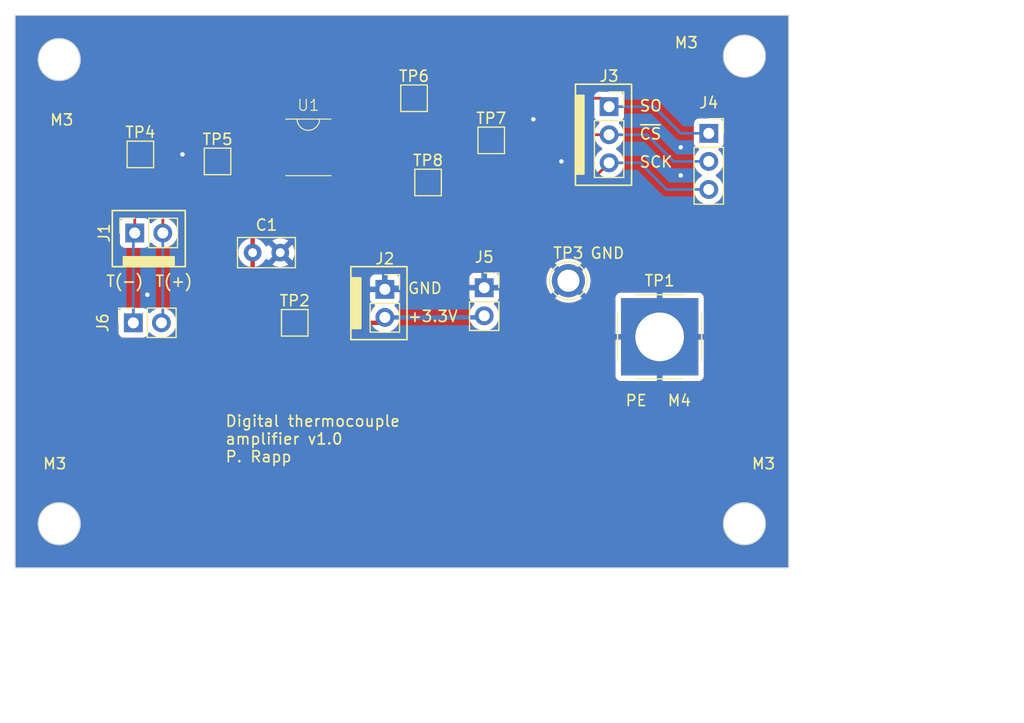
<source format=kicad_pcb>
(kicad_pcb (version 20221018) (generator pcbnew)
  (layers (0 "F.Cu" signal) (31 "B.Cu" signal) (34 "B.Paste" user) (35 "F.Paste" user) (36 "B.SilkS" user "B.Silkscreen") (37 "F.SilkS" user "F.Silkscreen") (38 "B.Mask" user) (39 "F.Mask" user) (44 "Edge.Cuts" user))
  (net 0 "")
  (net 1 "+3.3V")
  (net 2 "GND")
  (net 3 "/SO")
  (net 4 "/~{CS}")
  (net 5 "/SCK")
  (net 6 "/T(-)")
  (net 7 "/T(+)")
  (footprint "Connector_PinSocket_2.54mm:PinSocket_1x02_P2.54mm_Vertical" (layer "F.Cu") (at 211.455 80.645)
    (fp_text reference "J5" (at 0 -2.77) (layer "F.SilkS"))
    (fp_text value "Conn_01x02_Pin")
    (fp_line (start -1.33 1.27) (end -1.33 3.87) (stroke (width 0.12)) (layer "F.SilkS"))
    (fp_line (start -1.33 1.27) (end 1.33 1.27) (stroke (width 0.12)) (layer "F.SilkS"))
    (fp_line (start -1.33 3.87) (end 1.33 3.87) (stroke (width 0.12)) (layer "F.SilkS"))
    (fp_line (start 0 -1.33) (end 1.33 -1.33) (stroke (width 0.12)) (layer "F.SilkS"))
    (fp_line (start 1.33 -1.33) (end 1.33 0) (stroke (width 0.12)) (layer "F.SilkS"))
    (fp_line (start 1.33 1.27) (end 1.33 3.87) (stroke (width 0.12)) (layer "F.SilkS"))
    (pad "1" thru_hole rect (at 0 0) (size 1.7 1.7) (drill 1) (layers "*.Cu" "*.Mask") (net 2 "GND"))
    (pad "2" thru_hole oval (at 0 2.54) (size 1.7 1.7) (drill 1) (layers "*.Cu" "*.Mask") (net 1 "+3.3V"))
  )
  (footprint "Capacitor_THT:C_Disc_D5.0mm_W2.5mm_P2.50mm" (layer "F.Cu") (at 190.5 77.47)
    (fp_text reference "C1" (at 1.25 -2.5) (layer "F.SilkS"))
    (fp_text value "100n")
    (fp_line (start -1.37 -1.37) (end -1.37 1.37) (stroke (width 0.12)) (layer "F.SilkS"))
    (fp_line (start -1.37 -1.37) (end 3.87 -1.37) (stroke (width 0.12)) (layer "F.SilkS"))
    (fp_line (start -1.37 1.37) (end 3.87 1.37) (stroke (width 0.12)) (layer "F.SilkS"))
    (fp_line (start 3.87 -1.37) (end 3.87 1.37) (stroke (width 0.12)) (layer "F.SilkS"))
    (pad "1" thru_hole circle (at 0 0) (size 1.6 1.6) (drill 0.8) (layers "*.Cu" "*.Mask") (net 1 "+3.3V"))
    (pad "2" thru_hole circle (at 2.5 0) (size 1.6 1.6) (drill 0.8) (layers "*.Cu" "*.Mask") (net 2 "GND"))
  )
  (footprint "TestPoint:TestPoint_Pad_2.0x2.0mm" (layer "F.Cu") (at 194.31 83.82)
    (fp_text reference "TP2" (at 0 -1.998) (layer "F.SilkS"))
    (fp_text value "TestPoint")
    (fp_line (start -1.2 -1.2) (end 1.2 -1.2) (stroke (width 0.12)) (layer "F.SilkS"))
    (fp_line (start -1.2 1.2) (end -1.2 -1.2) (stroke (width 0.12)) (layer "F.SilkS"))
    (fp_line (start 1.2 -1.2) (end 1.2 1.2) (stroke (width 0.12)) (layer "F.SilkS"))
    (fp_line (start 1.2 1.2) (end -1.2 1.2) (stroke (width 0.12)) (layer "F.SilkS"))
    (pad "1" smd rect (at 0 0) (size 2 2) (layers "F.Cu" "F.Mask") (net 1 "+3.3V"))
  )
  (footprint "Connector_PinSocket_2.54mm:PinSocket_1x02_P2.54mm_Vertical" (layer "F.Cu") (at 179.832 75.692 90)
    (fp_text reference "J1" (at 0 -2.77 90) (layer "F.SilkS"))
    (fp_text value "Conn_01x02_Pin")
    (fp_line (start -1.33 1.27) (end -1.33 3.87) (stroke (width 0.12)) (layer "F.SilkS"))
    (fp_line (start -1.33 1.27) (end 1.33 1.27) (stroke (width 0.12)) (layer "F.SilkS"))
    (fp_line (start -1.33 3.87) (end 1.33 3.87) (stroke (width 0.12)) (layer "F.SilkS"))
    (fp_line (start 0 -1.33) (end 1.33 -1.33) (stroke (width 0.12)) (layer "F.SilkS"))
    (fp_line (start 1.33 -1.33) (end 1.33 0) (stroke (width 0.12)) (layer "F.SilkS"))
    (fp_line (start 1.33 1.27) (end 1.33 3.87) (stroke (width 0.12)) (layer "F.SilkS"))
    (pad "1" thru_hole rect (at 0 0 90) (size 1.7 1.7) (drill 1) (layers "*.Cu" "*.Mask") (net 6 "/T(-)"))
    (pad "2" thru_hole oval (at 0 2.54 90) (size 1.7 1.7) (drill 1) (layers "*.Cu" "*.Mask") (net 7 "/T(+)"))
  )
  (footprint "TestPoint:TestPoint_Pad_2.0x2.0mm" (layer "F.Cu") (at 180.34 68.58)
    (fp_text reference "TP4" (at 0 -1.998) (layer "F.SilkS"))
    (fp_text value "TestPoint")
    (fp_line (start -1.2 -1.2) (end 1.2 -1.2) (stroke (width 0.12)) (layer "F.SilkS"))
    (fp_line (start -1.2 1.2) (end -1.2 -1.2) (stroke (width 0.12)) (layer "F.SilkS"))
    (fp_line (start 1.2 -1.2) (end 1.2 1.2) (stroke (width 0.12)) (layer "F.SilkS"))
    (fp_line (start 1.2 1.2) (end -1.2 1.2) (stroke (width 0.12)) (layer "F.SilkS"))
    (pad "1" smd rect (at 0 0) (size 2 2) (layers "F.Cu" "F.Mask") (net 6 "/T(-)"))
  )
  (footprint "Connector_PinSocket_2.54mm:PinSocket_1x02_P2.54mm_Vertical" (layer "F.Cu") (at 202.463 80.792)
    (fp_text reference "J2" (at 0 -2.77) (layer "F.SilkS"))
    (fp_text value "Conn_01x02_Pin")
    (fp_line (start -1.33 1.27) (end -1.33 3.87) (stroke (width 0.12)) (layer "F.SilkS"))
    (fp_line (start -1.33 1.27) (end 1.33 1.27) (stroke (width 0.12)) (layer "F.SilkS"))
    (fp_line (start -1.33 3.87) (end 1.33 3.87) (stroke (width 0.12)) (layer "F.SilkS"))
    (fp_line (start 0 -1.33) (end 1.33 -1.33) (stroke (width 0.12)) (layer "F.SilkS"))
    (fp_line (start 1.33 -1.33) (end 1.33 0) (stroke (width 0.12)) (layer "F.SilkS"))
    (fp_line (start 1.33 1.27) (end 1.33 3.87) (stroke (width 0.12)) (layer "F.SilkS"))
    (pad "1" thru_hole rect (at 0 0) (size 1.7 1.7) (drill 1) (layers "*.Cu" "*.Mask") (net 2 "GND"))
    (pad "2" thru_hole oval (at 0 2.54) (size 1.7 1.7) (drill 1) (layers "*.Cu" "*.Mask") (net 1 "+3.3V"))
  )
  (footprint "Connector_PinSocket_2.54mm:PinSocket_1x03_P2.54mm_Vertical" (layer "F.Cu") (at 231.775 66.675)
    (fp_text reference "J4" (at 0 -2.77) (layer "F.SilkS"))
    (fp_text value "Conn_01x03_Socket")
    (fp_line (start -1.33 1.27) (end -1.33 6.41) (stroke (width 0.12)) (layer "F.SilkS"))
    (fp_line (start -1.33 1.27) (end 1.33 1.27) (stroke (width 0.12)) (layer "F.SilkS"))
    (fp_line (start -1.33 6.41) (end 1.33 6.41) (stroke (width 0.12)) (layer "F.SilkS"))
    (fp_line (start 0 -1.33) (end 1.33 -1.33) (stroke (width 0.12)) (layer "F.SilkS"))
    (fp_line (start 1.33 -1.33) (end 1.33 0) (stroke (width 0.12)) (layer "F.SilkS"))
    (fp_line (start 1.33 1.27) (end 1.33 6.41) (stroke (width 0.12)) (layer "F.SilkS"))
    (pad "1" thru_hole rect (at 0 0) (size 1.7 1.7) (drill 1) (layers "*.Cu" "*.Mask") (net 3 "/SO"))
    (pad "2" thru_hole oval (at 0 2.54) (size 1.7 1.7) (drill 1) (layers "*.Cu" "*.Mask") (net 4 "/~{CS}"))
    (pad "3" thru_hole oval (at 0 5.08) (size 1.7 1.7) (drill 1) (layers "*.Cu" "*.Mask") (net 5 "/SCK"))
  )
  (footprint "TestPoint:TestPoint_Pad_2.0x2.0mm" (layer "F.Cu") (at 187.325 69.215)
    (fp_text reference "TP5" (at 0 -1.998) (layer "F.SilkS"))
    (fp_text value "TestPoint")
    (fp_line (start -1.2 -1.2) (end 1.2 -1.2) (stroke (width 0.12)) (layer "F.SilkS"))
    (fp_line (start -1.2 1.2) (end -1.2 -1.2) (stroke (width 0.12)) (layer "F.SilkS"))
    (fp_line (start 1.2 -1.2) (end 1.2 1.2) (stroke (width 0.12)) (layer "F.SilkS"))
    (fp_line (start 1.2 1.2) (end -1.2 1.2) (stroke (width 0.12)) (layer "F.SilkS"))
    (pad "1" smd rect (at 0 0) (size 2 2) (layers "F.Cu" "F.Mask") (net 7 "/T(+)"))
  )
  (footprint "TestPoint:TestPoint_Pad_2.0x2.0mm" (layer "F.Cu") (at 212.09 67.31)
    (fp_text reference "TP7" (at 0 -1.998) (layer "F.SilkS"))
    (fp_text value "TestPoint")
    (fp_line (start -1.2 -1.2) (end 1.2 -1.2) (stroke (width 0.12)) (layer "F.SilkS"))
    (fp_line (start -1.2 1.2) (end -1.2 -1.2) (stroke (width 0.12)) (layer "F.SilkS"))
    (fp_line (start 1.2 -1.2) (end 1.2 1.2) (stroke (width 0.12)) (layer "F.SilkS"))
    (fp_line (start 1.2 1.2) (end -1.2 1.2) (stroke (width 0.12)) (layer "F.SilkS"))
    (pad "1" smd rect (at 0 0) (size 2 2) (layers "F.Cu" "F.Mask") (net 4 "/~{CS}"))
  )
  (footprint "TestPoint:TestPoint_Pad_2.0x2.0mm" (layer "F.Cu") (at 205.105 63.5)
    (fp_text reference "TP6" (at 0 -1.998) (layer "F.SilkS"))
    (fp_text value "TestPoint")
    (fp_line (start -1.2 -1.2) (end 1.2 -1.2) (stroke (width 0.12)) (layer "F.SilkS"))
    (fp_line (start -1.2 1.2) (end -1.2 -1.2) (stroke (width 0.12)) (layer "F.SilkS"))
    (fp_line (start 1.2 -1.2) (end 1.2 1.2) (stroke (width 0.12)) (layer "F.SilkS"))
    (fp_line (start 1.2 1.2) (end -1.2 1.2) (stroke (width 0.12)) (layer "F.SilkS"))
    (pad "1" smd rect (at 0 0) (size 2 2) (layers "F.Cu" "F.Mask") (net 3 "/SO"))
  )
  (footprint "Connector_PinSocket_2.54mm:PinSocket_1x02_P2.54mm_Vertical" (layer "F.Cu") (at 179.705 83.82 90)
    (fp_text reference "J6" (at 0 -2.77 90) (layer "F.SilkS"))
    (fp_text value "Conn_01x02_Pin")
    (fp_line (start -1.33 1.27) (end -1.33 3.87) (stroke (width 0.12)) (layer "F.SilkS"))
    (fp_line (start -1.33 1.27) (end 1.33 1.27) (stroke (width 0.12)) (layer "F.SilkS"))
    (fp_line (start -1.33 3.87) (end 1.33 3.87) (stroke (width 0.12)) (layer "F.SilkS"))
    (fp_line (start 0 -1.33) (end 1.33 -1.33) (stroke (width 0.12)) (layer "F.SilkS"))
    (fp_line (start 1.33 -1.33) (end 1.33 0) (stroke (width 0.12)) (layer "F.SilkS"))
    (fp_line (start 1.33 1.27) (end 1.33 3.87) (stroke (width 0.12)) (layer "F.SilkS"))
    (pad "1" thru_hole rect (at 0 0 90) (size 1.7 1.7) (drill 1) (layers "*.Cu" "*.Mask") (net 6 "/T(-)"))
    (pad "2" thru_hole oval (at 0 2.54 90) (size 1.7 1.7) (drill 1) (layers "*.Cu" "*.Mask") (net 7 "/T(+)"))
  )
  (footprint "Connector_PinSocket_2.54mm:PinSocket_1x03_P2.54mm_Vertical" (layer "F.Cu") (at 222.758 64.262)
    (fp_text reference "J3" (at 0 -2.77) (layer "F.SilkS"))
    (fp_text value "Conn_01x03_Socket")
    (fp_line (start -1.33 1.27) (end -1.33 6.41) (stroke (width 0.12)) (layer "F.SilkS"))
    (fp_line (start -1.33 1.27) (end 1.33 1.27) (stroke (width 0.12)) (layer "F.SilkS"))
    (fp_line (start -1.33 6.41) (end 1.33 6.41) (stroke (width 0.12)) (layer "F.SilkS"))
    (fp_line (start 0 -1.33) (end 1.33 -1.33) (stroke (width 0.12)) (layer "F.SilkS"))
    (fp_line (start 1.33 -1.33) (end 1.33 0) (stroke (width 0.12)) (layer "F.SilkS"))
    (fp_line (start 1.33 1.27) (end 1.33 6.41) (stroke (width 0.12)) (layer "F.SilkS"))
    (pad "1" thru_hole rect (at 0 0) (size 1.7 1.7) (drill 1) (layers "*.Cu" "*.Mask") (net 3 "/SO"))
    (pad "2" thru_hole oval (at 0 2.54) (size 1.7 1.7) (drill 1) (layers "*.Cu" "*.Mask") (net 4 "/~{CS}"))
    (pad "3" thru_hole oval (at 0 5.08) (size 1.7 1.7) (drill 1) (layers "*.Cu" "*.Mask") (net 5 "/SCK"))
  )
  (footprint "TestPoint:TestPoint_Plated_Hole_D2.0mm" (layer "F.Cu") (at 219.075 80.01)
    (fp_text reference "TP3" (at 0 -2.498) (layer "F.SilkS"))
    (fp_text value "TestPoint")
    (fp_circle (center 0 0) (end 0 -1.7) (stroke (width 0.12)) (fill none) (layer "F.SilkS"))
    (pad "1" thru_hole circle (at 0 0) (size 3 3) (drill 2) (layers "*.Cu" "*.Mask") (net 2 "GND"))
  )
  (footprint "max6675:max6675" (layer "F.Cu") (at 195.54 67.945)
    (fp_text reference "U1" (at 0 -3.81 unlocked) (layer "F.SilkS") (effects (font (thickness 0.1))))
    (fp_text value "max6675")
    (fp_line (start -2.06 -2.56) (end 2.06 -2.56) (stroke (width 0.1)) (layer "F.SilkS"))
    (fp_line (start -2.06 2.56) (end 2.06 2.56) (stroke (width 0.1)) (layer "F.SilkS"))
    (fp_arc (start 1.015999 -2.54) (mid 0 -1.543804) (end -1.015999 -2.54) (stroke (width 0.1)) (layer "F.SilkS"))
    (pad "1" smd roundrect (at -2.6 -1.905) (size 1.4 0.42) (layers "F.Cu" "F.Paste" "F.Mask") (roundrect_rratio 0.1) (net 2 "GND"))
    (pad "2" smd roundrect (at -2.6 -0.635) (size 1.4 0.42) (layers "F.Cu" "F.Paste" "F.Mask") (roundrect_rratio 0.1) (net 6 "/T(-)"))
    (pad "3" smd roundrect (at -2.6 0.635) (size 1.4 0.42) (layers "F.Cu" "F.Paste" "F.Mask") (roundrect_rratio 0.1) (net 7 "/T(+)"))
    (pad "4" smd roundrect (at -2.6 1.905) (size 1.4 0.42) (layers "F.Cu" "F.Paste" "F.Mask") (roundrect_rratio 0.1) (net 1 "+3.3V"))
    (pad "5" smd roundrect (at 2.6 1.905) (size 1.4 0.42) (layers "F.Cu" "F.Paste" "F.Mask") (roundrect_rratio 0.1) (net 5 "/SCK"))
    (pad "6" smd roundrect (at 2.6 0.635) (size 1.4 0.42) (layers "F.Cu" "F.Paste" "F.Mask") (roundrect_rratio 0.1) (net 4 "/~{CS}"))
    (pad "7" smd roundrect (at 2.6 -0.635) (size 1.4 0.42) (layers "F.Cu" "F.Paste" "F.Mask") (roundrect_rratio 0.1) (net 3 "/SO"))
    (pad "8" smd roundrect (at 2.6 -1.905) (size 1.4 0.42) (layers "F.Cu" "F.Paste" "F.Mask") (roundrect_rratio 0.1))
  )
  (footprint "TestPoint:TestPoint_Pad_2.0x2.0mm" (layer "F.Cu") (at 206.375 71.12)
    (fp_text reference "TP8" (at 0 -1.998) (layer "F.SilkS"))
    (fp_text value "TestPoint")
    (fp_line (start -1.2 -1.2) (end 1.2 -1.2) (stroke (width 0.12)) (layer "F.SilkS"))
    (fp_line (start -1.2 1.2) (end -1.2 -1.2) (stroke (width 0.12)) (layer "F.SilkS"))
    (fp_line (start 1.2 -1.2) (end 1.2 1.2) (stroke (width 0.12)) (layer "F.SilkS"))
    (fp_line (start 1.2 1.2) (end -1.2 1.2) (stroke (width 0.12)) (layer "F.SilkS"))
    (pad "1" smd rect (at 0 0) (size 2 2) (layers "F.Cu" "F.Mask") (net 5 "/SCK"))
  )
  (footprint "TestPoint:TestPoint_THTPad_4.0x4.0mm_Drill2.0mm" (layer "F.Cu") (at 227.33 85.09)
    (fp_text reference "TP1" (at 0 -5.08) (layer "F.SilkS"))
    (fp_text value "TestPoint")
    (fp_line (start -3.81 2.2) (end -3.81 -2.2) (stroke (width 0.12)) (layer "F.SilkS"))
    (fp_line (start -2.2 -3.81) (end 2.2 -3.81) (stroke (width 0.12)) (layer "F.SilkS"))
    (fp_line (start 2.2 3.81) (end -2.2 3.81) (stroke (width 0.12)) (layer "F.SilkS"))
    (fp_line (start 3.81 -2.2) (end 3.81 2.2) (stroke (width 0.12)) (layer "F.SilkS"))
    (pad "1" thru_hole rect (at 0 0) (size 7 7) (drill 4.4) (layers "*.Cu" "*.Mask") (net 2 "GND"))
  )
  (gr_rect (start 177.8 73.66) (end 184.404 78.74) (stroke (width 0.15)) (fill none) (layer "F.SilkS"))
  (gr_rect (start 219.71 63.246) (end 220.472 70.358) (stroke (width 0.15)) (fill solid) (layer "F.SilkS"))
  (gr_rect (start 199.517 79.756) (end 200.279 84.328) (stroke (width 0.15)) (fill solid) (layer "F.SilkS"))
  (gr_rect (start 199.39 78.74) (end 204.47 85.344) (stroke (width 0.15)) (fill none) (layer "F.SilkS"))
  (gr_rect (start 219.71 62.23) (end 224.79 71.374) (stroke (width 0.15)) (fill none) (layer "F.SilkS"))
  (gr_rect (start 178.816 77.851) (end 183.388 78.613) (stroke (width 0.15)) (fill solid) (layer "F.SilkS"))
  (gr_rect (start 169 56) (end 239 106) (stroke (width 0.1)) (fill none) (layer "Edge.Cuts"))
  (gr_circle (center 173 60) (end 174.9 60) (stroke (width 0.1)) (fill none) (layer "Edge.Cuts"))
  (gr_circle (center 235 102) (end 236.9 102) (stroke (width 0.1)) (fill none) (layer "Edge.Cuts"))
  (gr_circle (center 173 102) (end 174.9 102) (stroke (width 0.1)) (fill none) (layer "Edge.Cuts"))
  (gr_circle (center 235 59.69) (end 236.9 59.69) (stroke (width 0.1)) (fill none) (layer "Edge.Cuts"))
  (gr_text "SO" (at 225.425 64.77) (layer "F.SilkS") (effects (font (size 1 1)) (justify left bottom)))
  (gr_text "M3" (at 235.585 97.155) (layer "F.SilkS") (effects (font (size 1 1)) (justify left bottom)))
  (gr_text "T(+)" (at 181.61 80.645) (layer "F.SilkS") (effects (font (size 1 1)) (justify left bottom)))
  (gr_text "T(-)" (at 177.165 80.645) (layer "F.SilkS") (effects (font (size 1 1)) (justify left bottom)))
  (gr_text "PE" (at 224.155 91.44) (layer "F.SilkS") (effects (font (size 1 1)) (justify left bottom)))
  (gr_text "SCK" (at 225.425 69.85) (layer "F.SilkS") (effects (font (size 1 1)) (justify left bottom)))
  (gr_text "+3.3V" (at 204.47 83.82) (layer "F.SilkS") (effects (font (size 1 1)) (justify left bottom)))
  (gr_text "M3" (at 171.45 97.155) (layer "F.SilkS") (effects (font (size 1 1)) (justify left bottom)))
  (gr_text "GND" (at 204.47 81.28) (layer "F.SilkS") (effects (font (size 1 1)) (justify left bottom)))
  (gr_text "Digital thermocouple\namplifier v1.0\nP. Rapp\n" (at 187.96 96.52) (layer "F.SilkS") (effects (font (size 1 1)) (justify left bottom)))
  (gr_text "~{CS}" (at 225.425 67.31) (layer "F.SilkS") (effects (font (size 1 1)) (justify left bottom)))
  (gr_text "M4" (at 227.965 91.44) (layer "F.SilkS") (effects (font (size 1 1)) (justify left bottom)))
  (gr_text "GND" (at 220.98 78.105) (layer "F.SilkS") (effects (font (size 1 1)) (justify left bottom)))
  (gr_text "M3" (at 228.6 59.055) (layer "F.SilkS") (effects (font (size 1 1)) (justify left bottom)))
  (gr_text "M3" (at 172.085 66.04) (layer "F.SilkS") (effects (font (size 1 1)) (justify left bottom)))
  (segment (start 201.975 83.82) (end 202.463 83.332) (width 0.4) (layer "F.Cu") (net 1))
  (segment (start 193.04 69.85) (end 191.77 69.85) (width 0.4) (layer "F.Cu") (net 1))
  (segment (start 190.5 80.01) (end 194.31 83.82) (width 0.4) (layer "F.Cu") (net 1))
  (segment (start 191.77 69.85) (end 190.5 71.12) (width 0.4) (layer "F.Cu") (net 1))
  (segment (start 190.5 71.12) (end 190.5 77.47) (width 0.4) (layer "F.Cu") (net 1))
  (segment (start 194.31 83.82) (end 201.975 83.82) (width 0.4) (layer "F.Cu") (net 1))
  (segment (start 190.5 77.47) (end 190.5 80.01) (width 0.4) (layer "F.Cu") (net 1))
  (segment (start 211.308 83.332) (end 211.455 83.185) (width 0.4) (layer "B.Cu") (net 1))
  (segment (start 202.463 83.332) (end 211.308 83.332) (width 0.4) (layer "B.Cu") (net 1))
  (via (at 229.235 70.485) (size 0.8) (drill 0.4) (layers "F.Cu" "B.Cu") (net 2))
  (via (at 184.15 68.58) (size 0.8) (drill 0.4) (layers "F.Cu" "B.Cu") (net 2))
  (via (at 218.44 69.215) (size 0.8) (drill 0.4) (layers "F.Cu" "B.Cu") (net 2))
  (via (at 180.975 81.28) (size 0.8) (drill 0.4) (layers "F.Cu" "B.Cu") (net 2))
  (via (at 215.9 65.405) (size 0.8) (drill 0.4) (layers "F.Cu" "B.Cu") (net 2))
  (via (at 229.235 67.945) (size 0.8) (drill 0.4) (layers "F.Cu" "B.Cu") (net 2))
  (segment (start 202.463 80.792) (end 202.61 80.645) (width 0.4) (layer "B.Cu") (net 2))
  (segment (start 202.61 80.645) (end 211.455 80.645) (width 0.4) (layer "B.Cu") (net 2))
  (segment (start 198.04 67.31) (end 200.66 67.31) (width 0.25) (layer "F.Cu") (net 3))
  (segment (start 221.996 63.5) (end 222.758 64.262) (width 0.25) (layer "F.Cu") (net 3))
  (segment (start 200.66 67.31) (end 204.47 63.5) (width 0.25) (layer "F.Cu") (net 3))
  (segment (start 205.105 63.5) (end 221.996 63.5) (width 0.25) (layer "F.Cu") (net 3))
  (segment (start 204.47 63.5) (end 205.105 63.5) (width 0.25) (layer "F.Cu") (net 3))
  (segment (start 226.822 64.262) (end 222.758 64.262) (width 0.25) (layer "B.Cu") (net 3))
  (segment (start 229.235 66.675) (end 226.822 64.262) (width 0.25) (layer "B.Cu") (net 3))
  (segment (start 231.775 66.675) (end 229.235 66.675) (width 0.25) (layer "B.Cu") (net 3))
  (segment (start 203.835 68.58) (end 205.105 67.31) (width 0.25) (layer "F.Cu") (net 4))
  (segment (start 205.105 67.31) (end 212.09 67.31) (width 0.25) (layer "F.Cu") (net 4))
  (segment (start 216.535 67.31) (end 217.043 66.802) (width 0.25) (layer "F.Cu") (net 4))
  (segment (start 212.09 67.31) (end 216.535 67.31) (width 0.25) (layer "F.Cu") (net 4))
  (segment (start 217.043 66.802) (end 222.758 66.802) (width 0.25) (layer "F.Cu") (net 4))
  (segment (start 198.04 68.58) (end 203.835 68.58) (width 0.25) (layer "F.Cu") (net 4))
  (segment (start 228.6 69.215) (end 226.187 66.802) (width 0.25) (layer "B.Cu") (net 4))
  (segment (start 226.187 66.802) (end 222.758 66.802) (width 0.25) (layer "B.Cu") (net 4))
  (segment (start 231.775 69.215) (end 228.6 69.215) (width 0.25) (layer "B.Cu") (net 4))
  (segment (start 203.2 71.12) (end 206.375 71.12) (width 0.25) (layer "F.Cu") (net 5))
  (segment (start 220.98 71.12) (end 222.758 69.342) (width 0.25) (layer "F.Cu") (net 5))
  (segment (start 198.04 69.85) (end 201.93 69.85) (width 0.25) (layer "F.Cu") (net 5))
  (segment (start 206.375 71.12) (end 220.98 71.12) (width 0.25) (layer "F.Cu") (net 5))
  (segment (start 201.93 69.85) (end 203.2 71.12) (width 0.25) (layer "F.Cu") (net 5))
  (segment (start 225.552 69.342) (end 222.758 69.342) (width 0.25) (layer "B.Cu") (net 5))
  (segment (start 227.965 71.755) (end 225.552 69.342) (width 0.25) (layer "B.Cu") (net 5))
  (segment (start 231.775 71.755) (end 227.965 71.755) (width 0.25) (layer "B.Cu") (net 5))
  (segment (start 190.5 67.31) (end 189.23 66.04) (width 0.25) (layer "F.Cu") (net 6))
  (segment (start 189.23 66.04) (end 182.88 66.04) (width 0.25) (layer "F.Cu") (net 6))
  (segment (start 180.34 68.58) (end 179.832 69.088) (width 0.25) (layer "F.Cu") (net 6))
  (segment (start 179.832 69.088) (end 179.832 75.692) (width 0.25) (layer "F.Cu") (net 6))
  (segment (start 193.04 67.31) (end 190.5 67.31) (width 0.25) (layer "F.Cu") (net 6))
  (segment (start 182.88 66.04) (end 180.34 68.58) (width 0.25) (layer "F.Cu") (net 6))
  (segment (start 179.832 75.692) (end 179.705 75.819) (width 0.25) (layer "B.Cu") (net 6))
  (segment (start 179.705 75.819) (end 179.705 83.82) (width 0.25) (layer "B.Cu") (net 6))
  (segment (start 182.372 74.168) (end 182.372 75.692) (width 0.25) (layer "F.Cu") (net 7))
  (segment (start 187.325 69.215) (end 182.372 74.168) (width 0.25) (layer "F.Cu") (net 7))
  (segment (start 187.96 68.58) (end 187.325 69.215) (width 0.25) (layer "F.Cu") (net 7))
  (segment (start 193.04 68.58) (end 187.96 68.58) (width 0.25) (layer "F.Cu") (net 7))
  (segment (start 182.372 75.692) (end 182.372 83.693) (width 0.25) (layer "B.Cu") (net 7))
  (segment (start 182.372 83.693) (end 182.245 83.82) (width 0.25) (layer "B.Cu") (net 7))
  (zone (net 2) (net_name "GND") (layer "F.Cu") (connect_pads (clearance 0.5)) (min_thickness 0.25) (fill yes (thermal_gap 0.5) (thermal_bridge_width 0.5))
    (polygon (pts (xy 167.64 54.61) (xy 167.64 107.95) (xy 241.3 107.95) (xy 241.3 54.61)))
  )
  (zone (net 2) (net_name "GND") (layer "B.Cu") (priority 1) (connect_pads (clearance 0.5)) (min_thickness 0.25) (fill yes (thermal_gap 0.5) (thermal_bridge_width 0.5))
    (polygon (pts (xy 167.64 54.61) (xy 167.64 107.95) (xy 241.3 107.95) (xy 241.3 54.61)))
  )
)
</source>
